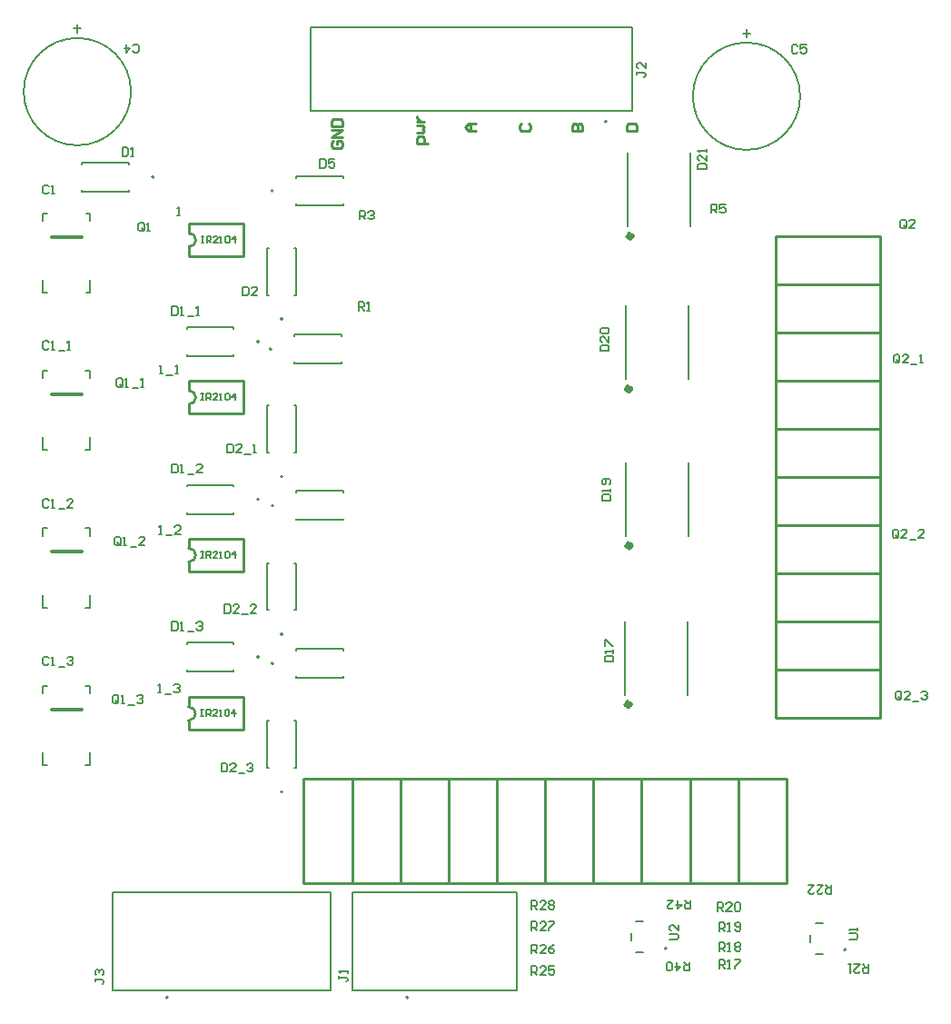
<source format=gto>
G04*
G04 #@! TF.GenerationSoftware,Altium Limited,Altium Designer,20.0.13 (296)*
G04*
G04 Layer_Color=65535*
%FSLAX44Y44*%
%MOMM*%
G71*
G01*
G75*
%ADD10C,0.2000*%
%ADD11C,0.6096*%
%ADD12C,0.2540*%
%ADD13C,0.1270*%
%ADD14C,0.1500*%
%ADD15C,0.3000*%
D10*
X153025Y769350D02*
G03*
X153025Y769350I-1000J0D01*
G01*
X166200Y4950D02*
G03*
X166200Y4950I-1000J0D01*
G01*
X631050Y50750D02*
G03*
X631050Y50750I-1000J0D01*
G01*
X798100Y49500D02*
G03*
X798100Y49500I-1000J0D01*
G01*
X575000Y821250D02*
G03*
X575000Y821250I-1000J0D01*
G01*
X390250Y4950D02*
G03*
X390250Y4950I-1000J0D01*
G01*
X264480Y316330D02*
G03*
X264480Y316330I-1000J0D01*
G01*
Y463227D02*
G03*
X264480Y463227I-1000J0D01*
G01*
X262850Y609150D02*
G03*
X262850Y609150I-1000J0D01*
G01*
X264100Y756650D02*
G03*
X264100Y756650I-1000J0D01*
G01*
X272980Y196530D02*
G03*
X272980Y196530I-1000J0D01*
G01*
Y343427D02*
G03*
X272980Y343427I-1000J0D01*
G01*
Y490323D02*
G03*
X272980Y490323I-1000J0D01*
G01*
X273100Y637100D02*
G03*
X273100Y637100I-1000J0D01*
G01*
X251030Y322280D02*
G03*
X251030Y322280I-1000J0D01*
G01*
Y469177D02*
G03*
X251030Y469177I-1000J0D01*
G01*
Y616073D02*
G03*
X251030Y616073I-1000J0D01*
G01*
X755500Y844750D02*
G03*
X755500Y844750I-50000J0D01*
G01*
X131750Y849000D02*
G03*
X131750Y849000I-50000J0D01*
G01*
X705500Y900000D02*
Y907000D01*
X702000Y903500D02*
X709000D01*
X81750Y904250D02*
Y911250D01*
X78250Y907750D02*
X85250D01*
X196880Y272911D02*
X198914D01*
X197897D01*
Y266810D01*
X196880D01*
X198914D01*
X201964D02*
Y272911D01*
X205014D01*
X206031Y271894D01*
Y269860D01*
X205014Y268844D01*
X201964D01*
X203998D02*
X206031Y266810D01*
X212132D02*
X208065D01*
X212132Y270877D01*
Y271894D01*
X211115Y272911D01*
X209082D01*
X208065Y271894D01*
X214166Y266810D02*
X216199D01*
X215182D01*
Y272911D01*
X214166Y271894D01*
X219250D02*
X220266Y272911D01*
X222300D01*
X223317Y271894D01*
Y267827D01*
X222300Y266810D01*
X220266D01*
X219250Y267827D01*
Y271894D01*
X228401Y266810D02*
Y272911D01*
X225351Y269860D01*
X229418D01*
X197110Y420737D02*
X199144D01*
X198127D01*
Y414637D01*
X197110D01*
X199144D01*
X202194D02*
Y420737D01*
X205244D01*
X206261Y419721D01*
Y417687D01*
X205244Y416670D01*
X202194D01*
X204228D02*
X206261Y414637D01*
X212362D02*
X208295D01*
X212362Y418704D01*
Y419721D01*
X211345Y420737D01*
X209312D01*
X208295Y419721D01*
X214396Y414637D02*
X216429D01*
X215413D01*
Y420737D01*
X214396Y419721D01*
X219480D02*
X220497Y420737D01*
X222530D01*
X223547Y419721D01*
Y415653D01*
X222530Y414637D01*
X220497D01*
X219480Y415653D01*
Y419721D01*
X228631Y414637D02*
Y420737D01*
X225581Y417687D01*
X229648D01*
X197110Y567634D02*
X199144D01*
X198127D01*
Y561533D01*
X197110D01*
X199144D01*
X202194D02*
Y567634D01*
X205244D01*
X206261Y566617D01*
Y564584D01*
X205244Y563567D01*
X202194D01*
X204228D02*
X206261Y561533D01*
X212362D02*
X208295D01*
X212362Y565601D01*
Y566617D01*
X211345Y567634D01*
X209312D01*
X208295Y566617D01*
X214396Y561533D02*
X216429D01*
X215413D01*
Y567634D01*
X214396Y566617D01*
X219480D02*
X220497Y567634D01*
X222530D01*
X223547Y566617D01*
Y562550D01*
X222530Y561533D01*
X220497D01*
X219480Y562550D01*
Y566617D01*
X228631Y561533D02*
Y567634D01*
X225581Y564584D01*
X229648D01*
X197230Y714411D02*
X199264D01*
X198247D01*
Y708310D01*
X197230D01*
X199264D01*
X202314D02*
Y714411D01*
X205364D01*
X206381Y713394D01*
Y711360D01*
X205364Y710344D01*
X202314D01*
X204348D02*
X206381Y708310D01*
X212482D02*
X208415D01*
X212482Y712377D01*
Y713394D01*
X211465Y714411D01*
X209432D01*
X208415Y713394D01*
X214516Y708310D02*
X216549D01*
X215532D01*
Y714411D01*
X214516Y713394D01*
X219600D02*
X220616Y714411D01*
X222650D01*
X223667Y713394D01*
Y709327D01*
X222650Y708310D01*
X220616D01*
X219600Y709327D01*
Y713394D01*
X228751Y708310D02*
Y714411D01*
X225700Y711360D01*
X229768D01*
X157003Y289168D02*
X159669D01*
X158336D01*
Y297165D01*
X157003Y295832D01*
X163668Y287835D02*
X168999D01*
X171665Y295832D02*
X172998Y297165D01*
X175664D01*
X176997Y295832D01*
Y294499D01*
X175664Y293167D01*
X174331D01*
X175664D01*
X176997Y291834D01*
Y290501D01*
X175664Y289168D01*
X172998D01*
X171665Y290501D01*
X158336Y586168D02*
X161002D01*
X159669D01*
Y594165D01*
X158336Y592832D01*
X165001Y584835D02*
X170332D01*
X172998Y586168D02*
X175664D01*
X174331D01*
Y594165D01*
X172998Y592832D01*
X157753Y436668D02*
X160419D01*
X159086D01*
Y444665D01*
X157753Y443332D01*
X164418Y435335D02*
X169749D01*
X177747Y436668D02*
X172415D01*
X177747Y441999D01*
Y443332D01*
X176414Y444665D01*
X173748D01*
X172415Y443332D01*
X308085Y785999D02*
Y778001D01*
X312084D01*
X313417Y779334D01*
Y784666D01*
X312084Y785999D01*
X308085D01*
X321414D02*
X316083D01*
Y782000D01*
X318749Y783333D01*
X320082D01*
X321414Y782000D01*
Y779334D01*
X320082Y778001D01*
X317416D01*
X316083Y779334D01*
X634001Y59085D02*
X640666D01*
X641999Y60418D01*
Y63084D01*
X640666Y64417D01*
X634001D01*
X641999Y72414D02*
Y67083D01*
X636667Y72414D01*
X635334D01*
X634001Y71082D01*
Y68416D01*
X635334Y67083D01*
X801001Y59168D02*
X807666D01*
X808999Y60501D01*
Y63167D01*
X807666Y64500D01*
X801001D01*
X808999Y67166D02*
Y69832D01*
Y68499D01*
X801001D01*
X802334Y67166D01*
X653163Y95499D02*
Y87501D01*
X649165D01*
X647832Y88834D01*
Y91500D01*
X649165Y92833D01*
X653163D01*
X650497D02*
X647832Y95499D01*
X641167D02*
Y87501D01*
X645166Y91500D01*
X639834D01*
X631837Y95499D02*
X637168D01*
X631837Y90167D01*
Y88834D01*
X633170Y87501D01*
X635835D01*
X637168Y88834D01*
X652163Y37749D02*
Y29751D01*
X648165D01*
X646832Y31084D01*
Y33750D01*
X648165Y35083D01*
X652163D01*
X649497D02*
X646832Y37749D01*
X640167D02*
Y29751D01*
X644166Y33750D01*
X638834D01*
X636168Y31084D02*
X634835Y29751D01*
X632170D01*
X630837Y31084D01*
Y36416D01*
X632170Y37749D01*
X634835D01*
X636168Y36416D01*
Y31084D01*
X505087Y87251D02*
Y95249D01*
X509086D01*
X510418Y93916D01*
Y91250D01*
X509086Y89917D01*
X505087D01*
X507753D02*
X510418Y87251D01*
X518416D02*
X513084D01*
X518416Y92583D01*
Y93916D01*
X517083Y95249D01*
X514417D01*
X513084Y93916D01*
X521082D02*
X522415Y95249D01*
X525080D01*
X526413Y93916D01*
Y92583D01*
X525080Y91250D01*
X526413Y89917D01*
Y88584D01*
X525080Y87251D01*
X522415D01*
X521082Y88584D01*
Y89917D01*
X522415Y91250D01*
X521082Y92583D01*
Y93916D01*
X522415Y91250D02*
X525080D01*
X505087Y67501D02*
Y75499D01*
X509086D01*
X510418Y74166D01*
Y71500D01*
X509086Y70167D01*
X505087D01*
X507753D02*
X510418Y67501D01*
X518416D02*
X513084D01*
X518416Y72833D01*
Y74166D01*
X517083Y75499D01*
X514417D01*
X513084Y74166D01*
X521082Y75499D02*
X526413D01*
Y74166D01*
X521082Y68834D01*
Y67501D01*
X505087Y46251D02*
Y54249D01*
X509086D01*
X510418Y52916D01*
Y50250D01*
X509086Y48917D01*
X505087D01*
X507753D02*
X510418Y46251D01*
X518416D02*
X513084D01*
X518416Y51583D01*
Y52916D01*
X517083Y54249D01*
X514417D01*
X513084Y52916D01*
X526413Y54249D02*
X523747Y52916D01*
X521082Y50250D01*
Y47584D01*
X522415Y46251D01*
X525080D01*
X526413Y47584D01*
Y48917D01*
X525080Y50250D01*
X521082D01*
X505087Y26001D02*
Y33999D01*
X509086D01*
X510418Y32666D01*
Y30000D01*
X509086Y28667D01*
X505087D01*
X507753D02*
X510418Y26001D01*
X518416D02*
X513084D01*
X518416Y31333D01*
Y32666D01*
X517083Y33999D01*
X514417D01*
X513084Y32666D01*
X526413Y33999D02*
X521082D01*
Y30000D01*
X523747Y31333D01*
X525080D01*
X526413Y30000D01*
Y27334D01*
X525080Y26001D01*
X522415D01*
X521082Y27334D01*
X784663Y109499D02*
Y101501D01*
X780665D01*
X779332Y102834D01*
Y105500D01*
X780665Y106833D01*
X784663D01*
X781997D02*
X779332Y109499D01*
X771334D02*
X776666D01*
X771334Y104167D01*
Y102834D01*
X772667Y101501D01*
X775333D01*
X776666Y102834D01*
X763337Y109499D02*
X768668D01*
X763337Y104167D01*
Y102834D01*
X764670Y101501D01*
X767336D01*
X768668Y102834D01*
X819080Y35749D02*
Y27751D01*
X815082D01*
X813749Y29084D01*
Y31750D01*
X815082Y33083D01*
X819080D01*
X816414D02*
X813749Y35749D01*
X805751D02*
X811083D01*
X805751Y30417D01*
Y29084D01*
X807084Y27751D01*
X809750D01*
X811083Y29084D01*
X803085Y35749D02*
X800420D01*
X801752D01*
Y27751D01*
X803085Y29084D01*
X678504Y85501D02*
Y93499D01*
X682502D01*
X683835Y92166D01*
Y89500D01*
X682502Y88167D01*
X678504D01*
X681170D02*
X683835Y85501D01*
X691833D02*
X686501D01*
X691833Y90833D01*
Y92166D01*
X690500Y93499D01*
X687834D01*
X686501Y92166D01*
X694499D02*
X695832Y93499D01*
X698497D01*
X699830Y92166D01*
Y86834D01*
X698497Y85501D01*
X695832D01*
X694499Y86834D01*
Y92166D01*
X680003Y66751D02*
Y74749D01*
X684002D01*
X685335Y73416D01*
Y70750D01*
X684002Y69417D01*
X680003D01*
X682669D02*
X685335Y66751D01*
X688001D02*
X690667D01*
X689334D01*
Y74749D01*
X688001Y73416D01*
X694665Y68084D02*
X695998Y66751D01*
X698664D01*
X699997Y68084D01*
Y73416D01*
X698664Y74749D01*
X695998D01*
X694665Y73416D01*
Y72083D01*
X695998Y70750D01*
X699997D01*
X680003Y48001D02*
Y55999D01*
X684002D01*
X685335Y54666D01*
Y52000D01*
X684002Y50667D01*
X680003D01*
X682669D02*
X685335Y48001D01*
X688001D02*
X690667D01*
X689334D01*
Y55999D01*
X688001Y54666D01*
X694665D02*
X695998Y55999D01*
X698664D01*
X699997Y54666D01*
Y53333D01*
X698664Y52000D01*
X699997Y50667D01*
Y49334D01*
X698664Y48001D01*
X695998D01*
X694665Y49334D01*
Y50667D01*
X695998Y52000D01*
X694665Y53333D01*
Y54666D01*
X695998Y52000D02*
X698664D01*
X680003Y32251D02*
Y40249D01*
X684002D01*
X685335Y38916D01*
Y36250D01*
X684002Y34917D01*
X680003D01*
X682669D02*
X685335Y32251D01*
X688001D02*
X690667D01*
X689334D01*
Y40249D01*
X688001Y38916D01*
X694665Y40249D02*
X699997D01*
Y38916D01*
X694665Y33584D01*
Y32251D01*
X753167Y891416D02*
X751834Y892749D01*
X749168D01*
X747835Y891416D01*
Y886084D01*
X749168Y884751D01*
X751834D01*
X753167Y886084D01*
X761164Y892749D02*
X755833D01*
Y888750D01*
X758499Y890083D01*
X759832D01*
X761164Y888750D01*
Y886084D01*
X759832Y884751D01*
X757166D01*
X755833Y886084D01*
X133583Y886584D02*
X134916Y885251D01*
X137582D01*
X138914Y886584D01*
Y891916D01*
X137582Y893249D01*
X134916D01*
X133583Y891916D01*
X126918Y893249D02*
Y885251D01*
X130917Y889250D01*
X125585D01*
X54968Y321288D02*
X53635Y322621D01*
X50969D01*
X49636Y321288D01*
Y315957D01*
X50969Y314624D01*
X53635D01*
X54968Y315957D01*
X57633Y314624D02*
X60299D01*
X58966D01*
Y322621D01*
X57633Y321288D01*
X64298Y313291D02*
X69630D01*
X72295Y321288D02*
X73628Y322621D01*
X76294D01*
X77627Y321288D01*
Y319956D01*
X76294Y318623D01*
X74961D01*
X76294D01*
X77627Y317290D01*
Y315957D01*
X76294Y314624D01*
X73628D01*
X72295Y315957D01*
X170032Y354879D02*
Y346882D01*
X174031D01*
X175364Y348215D01*
Y353546D01*
X174031Y354879D01*
X170032D01*
X178029Y346882D02*
X180695D01*
X179362D01*
Y354879D01*
X178029Y353546D01*
X184694Y345549D02*
X190026D01*
X192691Y353546D02*
X194024Y354879D01*
X196690D01*
X198023Y353546D01*
Y352214D01*
X196690Y350881D01*
X195357D01*
X196690D01*
X198023Y349548D01*
Y348215D01*
X196690Y346882D01*
X194024D01*
X192691Y348215D01*
X216088Y223165D02*
Y215168D01*
X220087D01*
X221420Y216501D01*
Y221832D01*
X220087Y223165D01*
X216088D01*
X229417Y215168D02*
X224086D01*
X229417Y220499D01*
Y221832D01*
X228084Y223165D01*
X225418D01*
X224086Y221832D01*
X232083Y213835D02*
X237414D01*
X240080Y221832D02*
X241413Y223165D01*
X244079D01*
X245412Y221832D01*
Y220499D01*
X244079Y219167D01*
X242746D01*
X244079D01*
X245412Y217834D01*
Y216501D01*
X244079Y215168D01*
X241413D01*
X240080Y216501D01*
X54968Y468101D02*
X53635Y469433D01*
X50969D01*
X49636Y468101D01*
Y462769D01*
X50969Y461436D01*
X53635D01*
X54968Y462769D01*
X57633Y461436D02*
X60299D01*
X58966D01*
Y469433D01*
X57633Y468101D01*
X64298Y460103D02*
X69630D01*
X77627Y461436D02*
X72295D01*
X77627Y466768D01*
Y468101D01*
X76294Y469433D01*
X73628D01*
X72295Y468101D01*
X170032Y501945D02*
Y493948D01*
X174031D01*
X175364Y495281D01*
Y500612D01*
X174031Y501945D01*
X170032D01*
X178029Y493948D02*
X180695D01*
X179362D01*
Y501945D01*
X178029Y500612D01*
X184694Y492615D02*
X190026D01*
X198023Y493948D02*
X192691D01*
X198023Y499280D01*
Y500612D01*
X196690Y501945D01*
X194024D01*
X192691Y500612D01*
X219088Y371165D02*
Y363168D01*
X223087D01*
X224420Y364501D01*
Y369832D01*
X223087Y371165D01*
X219088D01*
X232417Y363168D02*
X227085D01*
X232417Y368499D01*
Y369832D01*
X231084Y371165D01*
X228418D01*
X227085Y369832D01*
X235083Y361835D02*
X240415D01*
X248412Y363168D02*
X243080D01*
X248412Y368499D01*
Y369832D01*
X247079Y371165D01*
X244413D01*
X243080Y369832D01*
X54968Y615167D02*
X53635Y616499D01*
X50969D01*
X49636Y615167D01*
Y609835D01*
X50969Y608502D01*
X53635D01*
X54968Y609835D01*
X57633Y608502D02*
X60299D01*
X58966D01*
Y616499D01*
X57633Y615167D01*
X64298Y607169D02*
X69630D01*
X72295Y608502D02*
X74961D01*
X73628D01*
Y616499D01*
X72295Y615167D01*
X170032Y648757D02*
Y640760D01*
X174031D01*
X175364Y642093D01*
Y647424D01*
X174031Y648757D01*
X170032D01*
X178029Y640760D02*
X180695D01*
X179362D01*
Y648757D01*
X178029Y647424D01*
X184694Y639427D02*
X190026D01*
X192691Y640760D02*
X195357D01*
X194024D01*
Y648757D01*
X192691Y647424D01*
X221671Y520665D02*
Y512668D01*
X225670D01*
X227003Y514001D01*
Y519332D01*
X225670Y520665D01*
X221671D01*
X235000Y512668D02*
X229668D01*
X235000Y517999D01*
Y519332D01*
X233667Y520665D01*
X231001D01*
X229668Y519332D01*
X237666Y511335D02*
X242997D01*
X245663Y512668D02*
X248329D01*
X246996D01*
Y520665D01*
X245663Y519332D01*
X672586Y736001D02*
Y743999D01*
X676584D01*
X677917Y742666D01*
Y740000D01*
X676584Y738667D01*
X672586D01*
X675251D02*
X677917Y736001D01*
X685915Y743999D02*
X680583D01*
Y740000D01*
X683249Y741333D01*
X684582D01*
X685915Y740000D01*
Y737334D01*
X684582Y736001D01*
X681916D01*
X680583Y737334D01*
X344836Y730001D02*
Y737999D01*
X348834D01*
X350167Y736666D01*
Y734000D01*
X348834Y732667D01*
X344836D01*
X347501D02*
X350167Y730001D01*
X352833Y736666D02*
X354166Y737999D01*
X356832D01*
X358164Y736666D01*
Y735333D01*
X356832Y734000D01*
X355499D01*
X356832D01*
X358164Y732667D01*
Y731334D01*
X356832Y730001D01*
X354166D01*
X352833Y731334D01*
X343668Y645251D02*
Y653249D01*
X347667D01*
X349000Y651916D01*
Y649250D01*
X347667Y647917D01*
X343668D01*
X346334D02*
X349000Y645251D01*
X351666D02*
X354332D01*
X352999D01*
Y653249D01*
X351666Y651916D01*
X849920Y283751D02*
Y289082D01*
X848587Y290415D01*
X845921D01*
X844588Y289082D01*
Y283751D01*
X845921Y282418D01*
X848587D01*
X847254Y285084D02*
X849920Y282418D01*
X848587D02*
X849920Y283751D01*
X857917Y282418D02*
X852586D01*
X857917Y287749D01*
Y289082D01*
X856584Y290415D01*
X853918D01*
X852586Y289082D01*
X860583Y281085D02*
X865915D01*
X868580Y289082D02*
X869913Y290415D01*
X872579D01*
X873912Y289082D01*
Y287749D01*
X872579Y286416D01*
X871246D01*
X872579D01*
X873912Y285084D01*
Y283751D01*
X872579Y282418D01*
X869913D01*
X868580Y283751D01*
X120086Y280251D02*
Y285582D01*
X118753Y286915D01*
X116087D01*
X114754Y285582D01*
Y280251D01*
X116087Y278918D01*
X118753D01*
X117420Y281584D02*
X120086Y278918D01*
X118753D02*
X120086Y280251D01*
X122752Y278918D02*
X125418D01*
X124085D01*
Y286915D01*
X122752Y285582D01*
X129417Y277585D02*
X134748D01*
X137414Y285582D02*
X138747Y286915D01*
X141413D01*
X142746Y285582D01*
Y284249D01*
X141413Y282917D01*
X140080D01*
X141413D01*
X142746Y281584D01*
Y280251D01*
X141413Y278918D01*
X138747D01*
X137414Y280251D01*
X846920Y434501D02*
Y439832D01*
X845587Y441165D01*
X842921D01*
X841588Y439832D01*
Y434501D01*
X842921Y433168D01*
X845587D01*
X844254Y435834D02*
X846920Y433168D01*
X845587D02*
X846920Y434501D01*
X854917Y433168D02*
X849585D01*
X854917Y438499D01*
Y439832D01*
X853584Y441165D01*
X850918D01*
X849585Y439832D01*
X857583Y431835D02*
X862915D01*
X870912Y433168D02*
X865580D01*
X870912Y438499D01*
Y439832D01*
X869579Y441165D01*
X866913D01*
X865580Y439832D01*
X121836Y427501D02*
Y432832D01*
X120503Y434165D01*
X117837D01*
X116504Y432832D01*
Y427501D01*
X117837Y426168D01*
X120503D01*
X119170Y428834D02*
X121836Y426168D01*
X120503D02*
X121836Y427501D01*
X124502Y426168D02*
X127168D01*
X125835D01*
Y434165D01*
X124502Y432832D01*
X131166Y424835D02*
X136498D01*
X144495Y426168D02*
X139164D01*
X144495Y431499D01*
Y432832D01*
X143163Y434165D01*
X140497D01*
X139164Y432832D01*
X848253Y597501D02*
Y602832D01*
X846920Y604165D01*
X844254D01*
X842921Y602832D01*
Y597501D01*
X844254Y596168D01*
X846920D01*
X845587Y598834D02*
X848253Y596168D01*
X846920D02*
X848253Y597501D01*
X856250Y596168D02*
X850918D01*
X856250Y601499D01*
Y602832D01*
X854917Y604165D01*
X852251D01*
X850918Y602832D01*
X858916Y594835D02*
X864247D01*
X866913Y596168D02*
X869579D01*
X868246D01*
Y604165D01*
X866913Y602832D01*
X123669Y575251D02*
Y580582D01*
X122336Y581915D01*
X119670D01*
X118337Y580582D01*
Y575251D01*
X119670Y573918D01*
X122336D01*
X121003Y576584D02*
X123669Y573918D01*
X122336D02*
X123669Y575251D01*
X126335Y573918D02*
X129001D01*
X127668D01*
Y581915D01*
X126335Y580582D01*
X132999Y572585D02*
X138331D01*
X140997Y573918D02*
X143663D01*
X142330D01*
Y581915D01*
X140997Y580582D01*
X854417Y723084D02*
Y728416D01*
X853084Y729749D01*
X850418D01*
X849085Y728416D01*
Y723084D01*
X850418Y721751D01*
X853084D01*
X851751Y724417D02*
X854417Y721751D01*
X853084D02*
X854417Y723084D01*
X862414Y721751D02*
X857083D01*
X862414Y727083D01*
Y728416D01*
X861082Y729749D01*
X858416D01*
X857083Y728416D01*
X144000Y720334D02*
Y725666D01*
X142667Y726999D01*
X140001D01*
X138668Y725666D01*
Y720334D01*
X140001Y719001D01*
X142667D01*
X141334Y721667D02*
X144000Y719001D01*
X142667D02*
X144000Y720334D01*
X146666Y719001D02*
X149332D01*
X147999D01*
Y726999D01*
X146666Y725666D01*
X98251Y22917D02*
Y20251D01*
Y21584D01*
X104916D01*
X106249Y20251D01*
Y18918D01*
X104916Y17586D01*
X99584Y25583D02*
X98251Y26916D01*
Y29582D01*
X99584Y30914D01*
X100917D01*
X102250Y29582D01*
Y28249D01*
Y29582D01*
X103583Y30914D01*
X104916D01*
X106249Y29582D01*
Y26916D01*
X104916Y25583D01*
X603501Y867917D02*
Y865251D01*
Y866584D01*
X610166D01*
X611499Y865251D01*
Y863918D01*
X610166Y862586D01*
X611499Y875915D02*
Y870583D01*
X606167Y875915D01*
X604834D01*
X603501Y874582D01*
Y871916D01*
X604834Y870583D01*
X325501Y25000D02*
Y22334D01*
Y23667D01*
X332166D01*
X333499Y22334D01*
Y21001D01*
X332166Y19668D01*
X333499Y27666D02*
Y30332D01*
Y28999D01*
X325501D01*
X326834Y27666D01*
X660001Y776670D02*
X667999D01*
Y780668D01*
X666666Y782001D01*
X661334D01*
X660001Y780668D01*
Y776670D01*
X667999Y789999D02*
Y784667D01*
X662667Y789999D01*
X661334D01*
X660001Y788666D01*
Y786000D01*
X661334Y784667D01*
X667999Y792664D02*
Y795330D01*
Y793997D01*
X660001D01*
X661334Y792664D01*
X569251Y607587D02*
X577249D01*
Y611586D01*
X575916Y612918D01*
X570584D01*
X569251Y611586D01*
Y607587D01*
X577249Y620916D02*
Y615584D01*
X571917Y620916D01*
X570584D01*
X569251Y619583D01*
Y616917D01*
X570584Y615584D01*
Y623582D02*
X569251Y624915D01*
Y627580D01*
X570584Y628913D01*
X575916D01*
X577249Y627580D01*
Y624915D01*
X575916Y623582D01*
X570584D01*
X570751Y468253D02*
X578749D01*
Y472252D01*
X577416Y473585D01*
X572084D01*
X570751Y472252D01*
Y468253D01*
X578749Y476251D02*
Y478917D01*
Y477584D01*
X570751D01*
X572084Y476251D01*
X577416Y482915D02*
X578749Y484248D01*
Y486914D01*
X577416Y488247D01*
X572084D01*
X570751Y486914D01*
Y484248D01*
X572084Y482915D01*
X573417D01*
X574750Y484248D01*
Y488247D01*
X573251Y318003D02*
X581249D01*
Y322002D01*
X579916Y323335D01*
X574584D01*
X573251Y322002D01*
Y318003D01*
X581249Y326001D02*
Y328666D01*
Y327334D01*
X573251D01*
X574584Y326001D01*
X573251Y332665D02*
Y337997D01*
X574584D01*
X579916Y332665D01*
X581249D01*
X236085Y667249D02*
Y659251D01*
X240084D01*
X241417Y660584D01*
Y665916D01*
X240084Y667249D01*
X236085D01*
X249415Y659251D02*
X244083D01*
X249415Y664583D01*
Y665916D01*
X248082Y667249D01*
X245416D01*
X244083Y665916D01*
X123668Y796999D02*
Y789001D01*
X127667D01*
X129000Y790334D01*
Y795666D01*
X127667Y796999D01*
X123668D01*
X131666Y789001D02*
X134332D01*
X132999D01*
Y796999D01*
X131666Y795666D01*
X54968Y760454D02*
X53635Y761787D01*
X50969D01*
X49636Y760454D01*
Y755123D01*
X50969Y753790D01*
X53635D01*
X54968Y755123D01*
X57633Y753790D02*
X60299D01*
X58966D01*
Y761787D01*
X57633Y760454D01*
X174858Y733724D02*
X177524D01*
X176191D01*
Y741721D01*
X174858Y740388D01*
D11*
X596830Y572070D02*
G03*
X596830Y572070I-1500J0D01*
G01*
X597330Y426070D02*
G03*
X597330Y426070I-1500J0D01*
G01*
X596580Y278070D02*
G03*
X596580Y278070I-1500J0D01*
G01*
X598330Y714385D02*
G03*
X598330Y714385I-1500J0D01*
G01*
D12*
X185450Y263000D02*
G03*
X185450Y275700I0J6350D01*
G01*
X185680Y410827D02*
G03*
X185680Y423527I0J6350D01*
G01*
Y557723D02*
G03*
X185680Y570423I0J6350D01*
G01*
X185800Y704500D02*
G03*
X185800Y717200I0J6350D01*
G01*
X292780Y209000D02*
X337780D01*
X292780Y111500D02*
X337780D01*
X292780D02*
Y209000D01*
X337780Y111500D02*
Y209000D01*
X337750D02*
X382750D01*
X337750Y111500D02*
X382750D01*
X337750D02*
Y209000D01*
X382750Y111500D02*
Y209000D01*
X383000D02*
X428000D01*
X383000Y111500D02*
X428000D01*
X383000D02*
Y209000D01*
X428000Y111500D02*
Y209000D01*
X428000D02*
X473000D01*
X428000Y111500D02*
X473000D01*
X428000D02*
Y209000D01*
X473000Y111500D02*
Y209000D01*
X472750D02*
X517750D01*
X472750Y111500D02*
X517750D01*
X472750D02*
Y209000D01*
X517750Y111500D02*
Y209000D01*
X562750D01*
X517750Y111500D02*
X562750D01*
X517750D02*
Y209000D01*
X562750Y111500D02*
Y209000D01*
X607750D01*
X562750Y111500D02*
X607750D01*
X562750D02*
Y209000D01*
X607750Y111500D02*
Y209000D01*
X607750D02*
X652750D01*
X607750Y111500D02*
X652750D01*
X607750D02*
Y209000D01*
X652750Y111500D02*
Y209000D01*
X653000D02*
X698000D01*
X653000Y111500D02*
X698000D01*
X653000D02*
Y209000D01*
X698000Y111500D02*
Y209000D01*
X743000D01*
X698000Y111500D02*
X743000D01*
X698000D02*
Y209000D01*
X743000Y111500D02*
Y209000D01*
X829860Y669250D02*
Y714250D01*
X732360Y669250D02*
Y714250D01*
X829860D01*
X732360Y669250D02*
X829860D01*
Y624500D02*
Y669500D01*
X732360Y624500D02*
Y669500D01*
X829860D01*
X732360Y624500D02*
X829860D01*
Y579500D02*
Y624500D01*
X732360Y579500D02*
Y624500D01*
X829860D01*
X732360Y579500D02*
X829860D01*
Y534750D02*
Y579750D01*
X732360Y534750D02*
Y579750D01*
X829860D01*
X732360Y534750D02*
X829860D01*
Y489750D02*
Y534750D01*
X732360Y489750D02*
Y534750D01*
X829860D01*
X732360Y489750D02*
X829860D01*
Y445000D02*
Y490000D01*
X732360Y445000D02*
Y490000D01*
X829860D01*
X732360Y445000D02*
X829860D01*
Y400000D02*
Y445000D01*
X732360Y400000D02*
Y445000D01*
X829860D01*
X732360Y400000D02*
X829860D01*
Y355250D02*
Y400250D01*
X732360Y355250D02*
Y400250D01*
X829860D01*
X732360Y355250D02*
X829860D01*
Y310250D02*
Y355250D01*
X732360Y310250D02*
Y355250D01*
X829860D01*
X732360Y310250D02*
X829860D01*
Y265450D02*
Y310450D01*
X732360Y265450D02*
Y310450D01*
X829860D01*
X732360Y265450D02*
X829860D01*
X236250Y254110D02*
Y284590D01*
X185450Y254110D02*
X236250D01*
X185450Y284590D02*
X236250D01*
X185450Y275700D02*
Y284590D01*
Y254110D02*
Y263000D01*
X236480Y401937D02*
Y432417D01*
X185680Y401937D02*
X236480D01*
X185680Y432417D02*
X236480D01*
X185680Y423527D02*
Y432417D01*
Y401937D02*
Y410827D01*
X236480Y548833D02*
Y579313D01*
X185680Y548833D02*
X236480D01*
X185680Y579313D02*
X236480D01*
X185680Y570423D02*
Y579313D01*
Y548833D02*
Y557723D01*
X236600Y695610D02*
Y726090D01*
X185800Y695610D02*
X236600D01*
X185800Y726090D02*
X236600D01*
X185800Y717200D02*
Y726090D01*
Y695610D02*
Y704500D01*
X320379Y803455D02*
X318713Y801788D01*
Y798456D01*
X320379Y796790D01*
X327044D01*
X328710Y798456D01*
Y801788D01*
X327044Y803455D01*
X323712D01*
Y800122D01*
X328710Y806787D02*
X318713D01*
X328710Y813451D01*
X318713D01*
Y816784D02*
X328710D01*
Y821782D01*
X327044Y823448D01*
X320379D01*
X318713Y821782D01*
Y816784D01*
X408460Y800790D02*
X398463D01*
Y805788D01*
X400129Y807455D01*
X403462D01*
X405128Y805788D01*
Y800790D01*
X398463Y810787D02*
X403462D01*
X405128Y812453D01*
X403462Y814119D01*
X405128Y815785D01*
X403462Y817451D01*
X398463D01*
Y820784D02*
X405128D01*
X401796D01*
X400129Y822450D01*
X398463Y824116D01*
Y825782D01*
X453210Y812790D02*
X446545D01*
X443213Y816122D01*
X446545Y819454D01*
X453210D01*
X448212D01*
Y812790D01*
X495379Y819454D02*
X493713Y817788D01*
Y814456D01*
X495379Y812790D01*
X502044D01*
X503710Y814456D01*
Y817788D01*
X502044Y819454D01*
X542713Y812790D02*
X552710D01*
Y817788D01*
X551044Y819454D01*
X549378D01*
X547712Y817788D01*
Y812790D01*
Y817788D01*
X546045Y819454D01*
X544379D01*
X542713Y817788D01*
Y812790D01*
X593463D02*
X603460D01*
Y817788D01*
X601794Y819454D01*
X595129D01*
X593463Y817788D01*
Y812790D01*
D13*
X85750Y781250D02*
Y782875D01*
Y755625D02*
Y757250D01*
X129500Y781250D02*
Y782875D01*
Y755625D02*
Y757250D01*
X85750Y782875D02*
X129500D01*
X85750Y755625D02*
X129500D01*
X317500Y11950D02*
Y102950D01*
X114500Y11950D02*
X317500D01*
X114500D02*
Y102950D01*
X317500D01*
X592800Y580950D02*
Y649550D01*
X651200Y580950D02*
Y649550D01*
X593300Y434950D02*
Y503550D01*
X651700Y434950D02*
Y503550D01*
X592550Y286950D02*
Y355550D01*
X650950Y286950D02*
Y355550D01*
X602650Y75750D02*
X609250D01*
X597950Y57900D02*
Y64600D01*
X602650Y46750D02*
X609250D01*
X769700Y74500D02*
X776300D01*
X765000Y56650D02*
Y63350D01*
X769700Y45500D02*
X776300D01*
X599000Y831250D02*
Y909250D01*
X299000Y831250D02*
Y909250D01*
Y831250D02*
X599000D01*
X299000Y909250D02*
X599000D01*
X338550Y102950D02*
X491050D01*
Y11950D02*
Y102950D01*
X338550Y11950D02*
Y102950D01*
Y11950D02*
X491050D01*
X652700Y723265D02*
Y791865D01*
X594300Y723265D02*
Y791865D01*
X286005Y330055D02*
X329755D01*
X286005Y302805D02*
X329755D01*
X286005Y328430D02*
Y330055D01*
Y302805D02*
Y304430D01*
X329755Y328430D02*
Y330055D01*
Y302805D02*
Y304430D01*
X286005Y476952D02*
X329755D01*
X286005Y449702D02*
X329755D01*
X286005Y475327D02*
Y476952D01*
Y449702D02*
Y451327D01*
X329755Y475327D02*
Y476952D01*
Y449702D02*
Y451327D01*
X284375Y622875D02*
X328125D01*
X284375Y595625D02*
X328125D01*
X284375Y621250D02*
Y622875D01*
Y595625D02*
Y597250D01*
X328125Y621250D02*
Y622875D01*
Y595625D02*
Y597250D01*
X285625Y770375D02*
X329375D01*
X285625Y743125D02*
X329375D01*
X285625Y768750D02*
Y770375D01*
Y743125D02*
Y744750D01*
X329375Y768750D02*
Y770375D01*
Y743125D02*
Y744750D01*
X258255Y219055D02*
Y262805D01*
X285505Y219055D02*
Y262805D01*
X258255Y219055D02*
X259880D01*
X283880D02*
X285505D01*
X258255Y262805D02*
X259880D01*
X283880D02*
X285505D01*
X258255Y365952D02*
Y409702D01*
X285505Y365952D02*
Y409702D01*
X258255Y365952D02*
X259880D01*
X283880D02*
X285505D01*
X258255Y409702D02*
X259880D01*
X283880D02*
X285505D01*
X258255Y512848D02*
Y556598D01*
X285505Y512848D02*
Y556598D01*
X258255Y512848D02*
X259880D01*
X283880D02*
X285505D01*
X258255Y556598D02*
X259880D01*
X283880D02*
X285505D01*
X258375Y659625D02*
Y703375D01*
X285625Y659625D02*
Y703375D01*
X258375Y659625D02*
X260000D01*
X284000D02*
X285625D01*
X258375Y703375D02*
X260000D01*
X284000D02*
X285625D01*
X183755Y308555D02*
X227505D01*
X183755Y335805D02*
X227505D01*
Y308555D02*
Y310180D01*
Y334180D02*
Y335805D01*
X183755Y308555D02*
Y310180D01*
Y334180D02*
Y335805D01*
Y455452D02*
X227505D01*
X183755Y482702D02*
X227505D01*
Y455452D02*
Y457077D01*
Y481077D02*
Y482702D01*
X183755Y455452D02*
Y457077D01*
Y481077D02*
Y482702D01*
Y602348D02*
X227505D01*
X183755Y629598D02*
X227505D01*
Y602348D02*
Y603973D01*
Y627973D02*
Y629598D01*
X183755Y602348D02*
Y603973D01*
Y627973D02*
Y629598D01*
D14*
X49630Y295180D02*
X53630D01*
X49630Y288180D02*
Y295180D01*
X89630D02*
X93630D01*
Y288180D02*
Y295180D01*
X49630Y221180D02*
X53630D01*
X49630D02*
Y233180D01*
X89630Y221180D02*
X93630D01*
Y233180D01*
X49630Y442077D02*
X53630D01*
X49630Y435077D02*
Y442077D01*
X89630D02*
X93630D01*
Y435077D02*
Y442077D01*
X49630Y368077D02*
X53630D01*
X49630D02*
Y380077D01*
X89630Y368077D02*
X93630D01*
Y380077D01*
X49630Y588973D02*
X53630D01*
X49630Y581973D02*
Y588973D01*
X89630D02*
X93630D01*
Y581973D02*
Y588973D01*
X49630Y514973D02*
X53630D01*
X49630D02*
Y526973D01*
X89630Y514973D02*
X93630D01*
Y526973D01*
X49750Y735750D02*
X53750D01*
X49750Y728750D02*
Y735750D01*
X89750D02*
X93750D01*
Y728750D02*
Y735750D01*
X49750Y661750D02*
X53750D01*
X49750D02*
Y673750D01*
X89750Y661750D02*
X93750D01*
Y673750D01*
D15*
X57630Y273180D02*
X85630D01*
X57630Y420077D02*
X85630D01*
X57630Y566973D02*
X85630D01*
X57750Y713750D02*
X85750D01*
M02*

</source>
